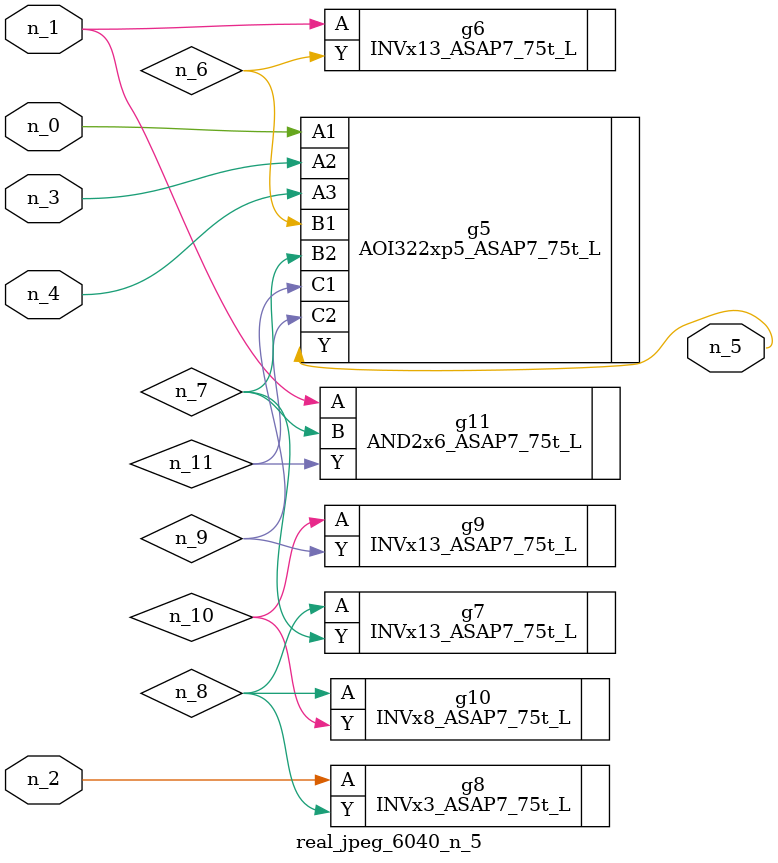
<source format=v>
module real_jpeg_6040_n_5 (n_4, n_0, n_1, n_2, n_3, n_5);

input n_4;
input n_0;
input n_1;
input n_2;
input n_3;

output n_5;

wire n_8;
wire n_11;
wire n_6;
wire n_7;
wire n_10;
wire n_9;

AOI322xp5_ASAP7_75t_L g5 ( 
.A1(n_0),
.A2(n_3),
.A3(n_4),
.B1(n_6),
.B2(n_7),
.C1(n_9),
.C2(n_11),
.Y(n_5)
);

INVx13_ASAP7_75t_L g6 ( 
.A(n_1),
.Y(n_6)
);

AND2x6_ASAP7_75t_L g11 ( 
.A(n_1),
.B(n_7),
.Y(n_11)
);

INVx3_ASAP7_75t_L g8 ( 
.A(n_2),
.Y(n_8)
);

INVx13_ASAP7_75t_L g7 ( 
.A(n_8),
.Y(n_7)
);

INVx8_ASAP7_75t_L g10 ( 
.A(n_8),
.Y(n_10)
);

INVx13_ASAP7_75t_L g9 ( 
.A(n_10),
.Y(n_9)
);


endmodule
</source>
